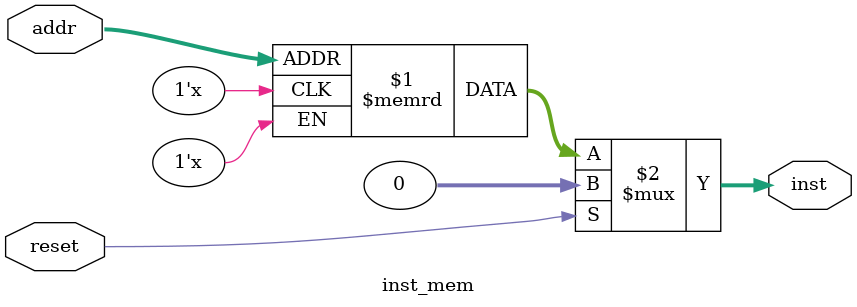
<source format=sv>
`timescale 1ns / 1ps


module inst_mem #(parameter WIDTH = 32)  
  ( input logic reset, 
    input logic [WIDTH-1:0]addr,
    output logic [WIDTH-1:0]inst
    );
logic [31:0] mem [0:1023];
//always_comb
//begin
//if(reset)
//inst=0;
//else
//inst= mem[addr];
//end
//endmodule

assign inst =  reset ? 32'b0 : mem [addr];
endmodule

      
 

</source>
